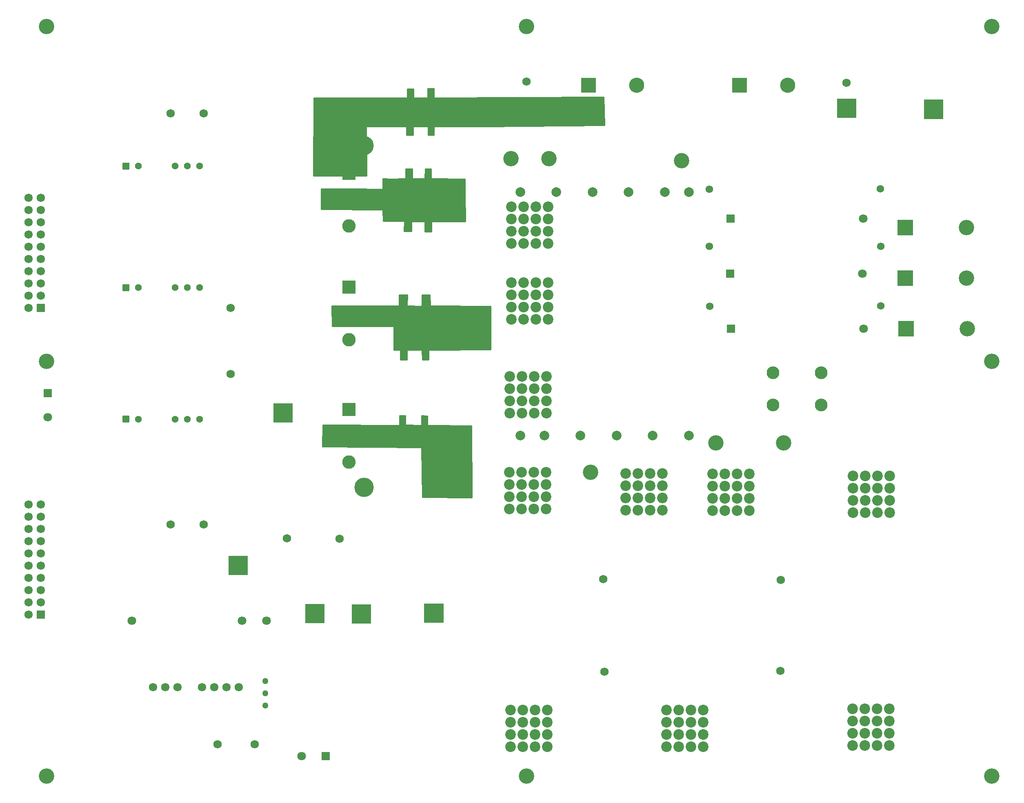
<source format=gbr>
%TF.GenerationSoftware,KiCad,Pcbnew,(5.1.12)-1*%
%TF.CreationDate,2023-12-01T15:42:45+05:30*%
%TF.ProjectId,DCCB PCB-V3,44434342-2050-4434-922d-56332e6b6963,rev?*%
%TF.SameCoordinates,Original*%
%TF.FileFunction,Soldermask,Bot*%
%TF.FilePolarity,Negative*%
%FSLAX46Y46*%
G04 Gerber Fmt 4.6, Leading zero omitted, Abs format (unit mm)*
G04 Created by KiCad (PCBNEW (5.1.12)-1) date 2023-12-01 15:42:45*
%MOMM*%
%LPD*%
G01*
G04 APERTURE LIST*
%ADD10C,3.200000*%
%ADD11C,1.734000*%
%ADD12C,0.100000*%
%ADD13C,4.005000*%
%ADD14C,3.150000*%
%ADD15R,3.150000X3.150000*%
%ADD16C,1.434000*%
%ADD17C,1.725000*%
%ADD18R,1.725000X1.725000*%
%ADD19C,2.200000*%
%ADD20C,2.000000*%
%ADD21C,1.800000*%
%ADD22R,1.800000X1.800000*%
%ADD23R,3.200000X3.200000*%
%ADD24O,3.200000X3.200000*%
%ADD25C,1.269000*%
%ADD26C,2.640000*%
%ADD27C,1.575000*%
%ADD28C,2.790000*%
%ADD29R,2.790000X2.790000*%
%ADD30C,0.300000*%
G04 APERTURE END LIST*
D10*
%TO.C,H13*%
X143690000Y-34580000D03*
%TD*%
%TO.C,H3*%
X143690000Y-190200000D03*
%TD*%
D11*
%TO.C,TP18*%
X87250000Y-183620000D03*
%TD*%
%TO.C,TP17*%
X79570000Y-183590000D03*
%TD*%
%TO.C,TP16*%
X82296000Y-92964000D03*
%TD*%
%TO.C,TP15*%
X82290000Y-106660000D03*
%TD*%
%TO.C,TP14*%
X76708000Y-137922000D03*
%TD*%
%TO.C,TP13*%
X76708000Y-52578000D03*
%TD*%
%TO.C,TP12*%
X69850000Y-52578000D03*
%TD*%
%TO.C,TP11*%
X69850000Y-137922000D03*
%TD*%
%TO.C,TP10*%
X196280000Y-168380000D03*
%TD*%
%TO.C,TP9*%
X159830000Y-168500000D03*
%TD*%
%TO.C,TP8*%
X210040000Y-46290000D03*
%TD*%
%TO.C,TP7*%
X143690000Y-45970000D03*
%TD*%
%TO.C,TP6*%
X93930000Y-140860000D03*
%TD*%
%TO.C,TP3*%
X104920000Y-140870000D03*
%TD*%
%TO.C,TP2*%
X196400000Y-149440000D03*
%TD*%
%TO.C,TP1*%
X159590000Y-149320000D03*
%TD*%
D12*
%TO.C,K1*%
G36*
X95180000Y-116770000D02*
G01*
X91180000Y-116770000D01*
X91180000Y-112770000D01*
X95180000Y-112770000D01*
X95180000Y-116770000D01*
G37*
%TD*%
D13*
%TO.C,H5*%
X109960000Y-130250000D03*
X109960000Y-59310000D03*
%TD*%
D14*
%TO.C,C11*%
X197870000Y-46720000D03*
D15*
X187870000Y-46720000D03*
%TD*%
D16*
%TO.C,PS3*%
X73270000Y-88770000D03*
X75810000Y-88770000D03*
X70730000Y-88770000D03*
X63110000Y-88770000D03*
G36*
G01*
X59853000Y-89385000D02*
X59853000Y-88155000D01*
G75*
G02*
X59955000Y-88053000I102000J0D01*
G01*
X61185000Y-88053000D01*
G75*
G02*
X61287000Y-88155000I0J-102000D01*
G01*
X61287000Y-89385000D01*
G75*
G02*
X61185000Y-89487000I-102000J0D01*
G01*
X59955000Y-89487000D01*
G75*
G02*
X59853000Y-89385000I0J102000D01*
G01*
G37*
%TD*%
%TO.C,PS2*%
X73270000Y-116060000D03*
X75810000Y-116060000D03*
X70730000Y-116060000D03*
X63110000Y-116060000D03*
G36*
G01*
X59853000Y-116675000D02*
X59853000Y-115445000D01*
G75*
G02*
X59955000Y-115343000I102000J0D01*
G01*
X61185000Y-115343000D01*
G75*
G02*
X61287000Y-115445000I0J-102000D01*
G01*
X61287000Y-116675000D01*
G75*
G02*
X61185000Y-116777000I-102000J0D01*
G01*
X59955000Y-116777000D01*
G75*
G02*
X59853000Y-116675000I0J102000D01*
G01*
G37*
%TD*%
%TO.C,PS1*%
X73270000Y-63550000D03*
X75810000Y-63550000D03*
X70730000Y-63550000D03*
X63110000Y-63550000D03*
G36*
G01*
X59853000Y-64165000D02*
X59853000Y-62935000D01*
G75*
G02*
X59955000Y-62833000I102000J0D01*
G01*
X61185000Y-62833000D01*
G75*
G02*
X61287000Y-62935000I0J-102000D01*
G01*
X61287000Y-64165000D01*
G75*
G02*
X61185000Y-64267000I-102000J0D01*
G01*
X59955000Y-64267000D01*
G75*
G02*
X59853000Y-64165000I0J102000D01*
G01*
G37*
%TD*%
D10*
%TO.C,H15*%
X140400000Y-62000000D03*
%TD*%
%TO.C,H10*%
X240190000Y-104070000D03*
%TD*%
%TO.C,H9*%
X148330000Y-62030000D03*
%TD*%
%TO.C,H8*%
X240190000Y-190200000D03*
%TD*%
%TO.C,H7*%
X175840000Y-62390000D03*
%TD*%
%TO.C,H6*%
X182950000Y-121030000D03*
%TD*%
D17*
%TO.C,J2*%
X40360000Y-133780000D03*
X42900000Y-133780000D03*
X40360000Y-136320000D03*
X42900000Y-136320000D03*
X40360000Y-138860000D03*
X42900000Y-138860000D03*
X40360000Y-141400000D03*
X42900000Y-141400000D03*
X40360000Y-143940000D03*
X42900000Y-143940000D03*
X40360000Y-146480000D03*
X42900000Y-146480000D03*
X40360000Y-149020000D03*
X42900000Y-149020000D03*
X40360000Y-151560000D03*
X42900000Y-151560000D03*
X40360000Y-154100000D03*
X42900000Y-154100000D03*
X40360000Y-156640000D03*
D18*
X42900000Y-156640000D03*
%TD*%
D17*
%TO.C,J1*%
X40360000Y-70140000D03*
X42900000Y-70140000D03*
X40360000Y-72680000D03*
X42900000Y-72680000D03*
X40360000Y-75220000D03*
X42900000Y-75220000D03*
X40360000Y-77760000D03*
X42900000Y-77760000D03*
X40360000Y-80300000D03*
X42900000Y-80300000D03*
X40360000Y-82840000D03*
X42900000Y-82840000D03*
X40360000Y-85380000D03*
X42900000Y-85380000D03*
X40360000Y-87920000D03*
X42900000Y-87920000D03*
X40360000Y-90460000D03*
X42900000Y-90460000D03*
X40360000Y-93000000D03*
D18*
X42900000Y-93000000D03*
%TD*%
D19*
%TO.C,IC15*%
X148150000Y-95330000D03*
X145610000Y-95330000D03*
X143070000Y-95330000D03*
X140530000Y-95330000D03*
X148150000Y-92790000D03*
X145610000Y-92790000D03*
X143070000Y-92790000D03*
X140530000Y-92790000D03*
X148150000Y-90250000D03*
X145610000Y-90250000D03*
X143070000Y-90250000D03*
X140530000Y-90250000D03*
X148150000Y-87710000D03*
X145610000Y-87710000D03*
X143070000Y-87710000D03*
X140530000Y-87710000D03*
%TD*%
%TO.C,IC14*%
X147800000Y-114790000D03*
X145260000Y-114790000D03*
X142720000Y-114790000D03*
X140180000Y-114790000D03*
X147800000Y-112250000D03*
X145260000Y-112250000D03*
X142720000Y-112250000D03*
X140180000Y-112250000D03*
X147800000Y-109710000D03*
X145260000Y-109710000D03*
X142720000Y-109710000D03*
X140180000Y-109710000D03*
X147800000Y-107170000D03*
X145260000Y-107170000D03*
X142720000Y-107170000D03*
X140180000Y-107170000D03*
%TD*%
%TO.C,IC13*%
X147750000Y-134690000D03*
X145210000Y-134690000D03*
X142670000Y-134690000D03*
X140130000Y-134690000D03*
X147750000Y-132150000D03*
X145210000Y-132150000D03*
X142670000Y-132150000D03*
X140130000Y-132150000D03*
X147750000Y-129610000D03*
X145210000Y-129610000D03*
X142670000Y-129610000D03*
X140130000Y-129610000D03*
X147750000Y-127070000D03*
X145210000Y-127070000D03*
X142670000Y-127070000D03*
X140130000Y-127070000D03*
%TD*%
%TO.C,IC12*%
X171830000Y-135000000D03*
X169290000Y-135000000D03*
X166750000Y-135000000D03*
X164210000Y-135000000D03*
X171830000Y-132460000D03*
X169290000Y-132460000D03*
X166750000Y-132460000D03*
X164210000Y-132460000D03*
X171830000Y-129920000D03*
X169290000Y-129920000D03*
X166750000Y-129920000D03*
X164210000Y-129920000D03*
X171830000Y-127380000D03*
X169290000Y-127380000D03*
X166750000Y-127380000D03*
X164210000Y-127380000D03*
%TD*%
%TO.C,IC11*%
X148120000Y-79610000D03*
X145580000Y-79610000D03*
X143040000Y-79610000D03*
X140500000Y-79610000D03*
X148120000Y-77070000D03*
X145580000Y-77070000D03*
X143040000Y-77070000D03*
X140500000Y-77070000D03*
X148120000Y-74530000D03*
X145580000Y-74530000D03*
X143040000Y-74530000D03*
X140500000Y-74530000D03*
X148120000Y-71990000D03*
X145580000Y-71990000D03*
X143040000Y-71990000D03*
X140500000Y-71990000D03*
%TD*%
%TO.C,IC10*%
X189910000Y-135100000D03*
X187370000Y-135100000D03*
X184830000Y-135100000D03*
X182290000Y-135100000D03*
X189910000Y-132560000D03*
X187370000Y-132560000D03*
X184830000Y-132560000D03*
X182290000Y-132560000D03*
X189910000Y-130020000D03*
X187370000Y-130020000D03*
X184830000Y-130020000D03*
X182290000Y-130020000D03*
X189910000Y-127480000D03*
X187370000Y-127480000D03*
X184830000Y-127480000D03*
X182290000Y-127480000D03*
%TD*%
%TO.C,IC9*%
X218900000Y-176210000D03*
X216360000Y-176210000D03*
X213820000Y-176210000D03*
X211280000Y-176210000D03*
X218900000Y-178750000D03*
X216360000Y-178750000D03*
X213820000Y-178750000D03*
X211280000Y-178750000D03*
X218900000Y-181290000D03*
X216360000Y-181290000D03*
X213820000Y-181290000D03*
X211280000Y-181290000D03*
X218900000Y-183830000D03*
X216360000Y-183830000D03*
X213820000Y-183830000D03*
X211280000Y-183830000D03*
%TD*%
%TO.C,IC8*%
X148010000Y-184060000D03*
X148010000Y-181520000D03*
X148010000Y-178980000D03*
X148010000Y-176440000D03*
X145470000Y-184060000D03*
X145470000Y-181520000D03*
X145470000Y-178980000D03*
X145470000Y-176440000D03*
X142930000Y-184060000D03*
X142930000Y-181520000D03*
X142930000Y-178980000D03*
X142930000Y-176440000D03*
X140390000Y-184060000D03*
X140390000Y-181520000D03*
X140390000Y-178980000D03*
X140390000Y-176440000D03*
%TD*%
%TO.C,IC7*%
X211370000Y-135510000D03*
X211370000Y-132970000D03*
X211370000Y-130430000D03*
X211370000Y-127890000D03*
X213910000Y-135510000D03*
X213910000Y-132970000D03*
X213910000Y-130430000D03*
X213910000Y-127890000D03*
X216450000Y-135510000D03*
X216450000Y-132970000D03*
X216450000Y-130430000D03*
X216450000Y-127890000D03*
X218990000Y-135510000D03*
X218990000Y-132970000D03*
X218990000Y-130430000D03*
X218990000Y-127890000D03*
%TD*%
%TO.C,IC6*%
X180310000Y-176480000D03*
X177770000Y-176480000D03*
X175230000Y-176480000D03*
X172690000Y-176480000D03*
X180310000Y-179020000D03*
X177770000Y-179020000D03*
X175230000Y-179020000D03*
X172690000Y-179020000D03*
X180310000Y-181560000D03*
X177770000Y-181560000D03*
X175230000Y-181560000D03*
X172690000Y-181560000D03*
X180310000Y-184100000D03*
X177770000Y-184100000D03*
X175230000Y-184100000D03*
X172690000Y-184100000D03*
%TD*%
D20*
%TO.C,L1*%
X177350000Y-68910000D03*
X172350000Y-68910000D03*
X164850000Y-68910000D03*
X157350000Y-68910000D03*
X149850000Y-68910000D03*
X142350000Y-68910000D03*
X154848800Y-119506800D03*
X169848800Y-119506800D03*
X162348800Y-119506800D03*
X147348800Y-119506800D03*
X142348800Y-119506800D03*
X177348800Y-119506800D03*
%TD*%
D21*
%TO.C,C2*%
X213610000Y-97340000D03*
D22*
X186110000Y-97340000D03*
%TD*%
D10*
%TO.C,H14*%
X240190000Y-34580000D03*
%TD*%
%TO.C,H12*%
X197040000Y-121030000D03*
%TD*%
%TO.C,H11*%
X44100000Y-104070000D03*
%TD*%
D21*
%TO.C,J7*%
X97010000Y-186030000D03*
D22*
X102010000Y-186030000D03*
%TD*%
D17*
%TO.C,PS5*%
X83960000Y-171690000D03*
X81420000Y-171690000D03*
X78880000Y-171690000D03*
X76340000Y-171690000D03*
X71260000Y-171690000D03*
X68720000Y-171690000D03*
X66180000Y-171690000D03*
%TD*%
D23*
%TO.C,D7*%
X222250000Y-86820000D03*
D24*
X234950000Y-86820000D03*
%TD*%
D23*
%TO.C,D6*%
X222390000Y-97340000D03*
D24*
X235090000Y-97340000D03*
%TD*%
D23*
%TO.C,D5*%
X222190000Y-76290000D03*
D24*
X234890000Y-76290000D03*
%TD*%
D12*
%TO.C,Probe2*%
G36*
X126450000Y-158390000D02*
G01*
X122450000Y-158390000D01*
X122450000Y-154390000D01*
X126450000Y-154390000D01*
X126450000Y-158390000D01*
G37*
%TD*%
%TO.C,Probe1*%
G36*
X111430000Y-158530000D02*
G01*
X107430000Y-158530000D01*
X107430000Y-154530000D01*
X111430000Y-154530000D01*
X111430000Y-158530000D01*
G37*
%TD*%
D21*
%TO.C,J5*%
X44350000Y-115640000D03*
D22*
X44350000Y-110640000D03*
%TD*%
D25*
%TO.C,VR1*%
X89480000Y-175500000D03*
X89480000Y-172960000D03*
X89480000Y-170420000D03*
%TD*%
D12*
%TO.C,Sense2*%
G36*
X101770000Y-158420000D02*
G01*
X97770000Y-158420000D01*
X97770000Y-154420000D01*
X101770000Y-154420000D01*
X101770000Y-158420000D01*
G37*
%TD*%
%TO.C,TP5*%
G36*
X230140000Y-53760000D02*
G01*
X226140000Y-53760000D01*
X226140000Y-49760000D01*
X230140000Y-49760000D01*
X230140000Y-53760000D01*
G37*
%TD*%
%TO.C,TP4*%
G36*
X212060000Y-53530000D02*
G01*
X208060000Y-53530000D01*
X208060000Y-49530000D01*
X212060000Y-49530000D01*
X212060000Y-53530000D01*
G37*
%TD*%
%TO.C,Sense1*%
G36*
X85850000Y-148450000D02*
G01*
X81850000Y-148450000D01*
X81850000Y-144450000D01*
X85850000Y-144450000D01*
X85850000Y-148450000D01*
G37*
%TD*%
D26*
%TO.C,RV2*%
X204780000Y-113100000D03*
X194780000Y-113100000D03*
%TD*%
%TO.C,RV1*%
X204780000Y-106460000D03*
X194780000Y-106460000D03*
%TD*%
D27*
%TO.C,R3*%
X217110000Y-80160000D03*
X181610000Y-80240000D03*
%TD*%
%TO.C,R2*%
X217180000Y-92540000D03*
X181680000Y-92620000D03*
%TD*%
%TO.C,R1*%
X217050000Y-68240000D03*
X181550000Y-68320000D03*
%TD*%
D21*
%TO.C,IC1*%
X61770000Y-157900000D03*
X84630000Y-157900000D03*
X89710000Y-157900000D03*
%TD*%
D10*
%TO.C,H4*%
X44100000Y-34580000D03*
%TD*%
%TO.C,H2*%
X44100000Y-190200000D03*
%TD*%
%TO.C,H1*%
X156990000Y-127110000D03*
%TD*%
D28*
%TO.C,D3*%
X106810000Y-99566000D03*
X106810000Y-94106000D03*
D29*
X106810000Y-88646000D03*
%TD*%
D28*
%TO.C,D2*%
X106810000Y-124970000D03*
X106810000Y-119510000D03*
D29*
X106810000Y-114050000D03*
%TD*%
D28*
%TO.C,D1*%
X106810000Y-75970000D03*
X106810000Y-70510000D03*
D29*
X106810000Y-65050000D03*
%TD*%
D21*
%TO.C,C4*%
X213380000Y-85890000D03*
D22*
X185880000Y-85890000D03*
%TD*%
D14*
%TO.C,C3*%
X166520000Y-46720000D03*
D15*
X156520000Y-46720000D03*
%TD*%
D21*
%TO.C,C1*%
X213470000Y-74460000D03*
D22*
X185970000Y-74460000D03*
%TD*%
D30*
X119954489Y-66060637D02*
X119957225Y-66089914D01*
X119965621Y-66118095D01*
X119979354Y-66144097D01*
X119997895Y-66166920D01*
X120020532Y-66185687D01*
X120046396Y-66199678D01*
X120074492Y-66208353D01*
X120104270Y-66211383D01*
X122544270Y-66214917D01*
X122573537Y-66212077D01*
X122601689Y-66203582D01*
X122627642Y-66189758D01*
X122650399Y-66171137D01*
X122669087Y-66148433D01*
X122682986Y-66122520D01*
X122691562Y-66094394D01*
X122694470Y-66067163D01*
X122722273Y-64210360D01*
X123864487Y-64202428D01*
X123864487Y-66051383D01*
X123867369Y-66080647D01*
X123875905Y-66108786D01*
X123889767Y-66134719D01*
X123908421Y-66157449D01*
X123931151Y-66176103D01*
X123957084Y-66189965D01*
X123985223Y-66198501D01*
X124012859Y-66201374D01*
X130860271Y-66275716D01*
X130908079Y-69488402D01*
X130908079Y-69697312D01*
X130908081Y-69698170D01*
X130936015Y-74581771D01*
X130928127Y-74893518D01*
X130928079Y-74897312D01*
X130928079Y-75075583D01*
X124099798Y-74997322D01*
X124070503Y-74999868D01*
X124042268Y-75008081D01*
X124016178Y-75021645D01*
X123993236Y-75040037D01*
X123974322Y-75062553D01*
X123960164Y-75088325D01*
X123951306Y-75116364D01*
X123948085Y-75145917D01*
X123929485Y-77145394D01*
X122666322Y-77129200D01*
X122643068Y-75180522D01*
X122639837Y-75151295D01*
X122630966Y-75123260D01*
X122616796Y-75097494D01*
X122597872Y-75074988D01*
X122574920Y-75056606D01*
X122548824Y-75043055D01*
X122520585Y-75034855D01*
X122493667Y-75032313D01*
X119943667Y-75022313D01*
X119914393Y-75025081D01*
X119886220Y-75033506D01*
X119860233Y-75047266D01*
X119837430Y-75065831D01*
X119818686Y-75088488D01*
X119804723Y-75114366D01*
X119796077Y-75142472D01*
X119793079Y-75171951D01*
X119788441Y-77101440D01*
X118370550Y-77093196D01*
X118403059Y-75114776D01*
X118400658Y-75085470D01*
X118392585Y-75057194D01*
X118379152Y-75031037D01*
X118360873Y-75008003D01*
X118338452Y-74988978D01*
X118312751Y-74974692D01*
X118284756Y-74965695D01*
X118253654Y-74962313D01*
X115643654Y-74952313D01*
X115642663Y-74952313D01*
X113986805Y-74956900D01*
X113968074Y-72756035D01*
X113964942Y-72726797D01*
X113956167Y-72698732D01*
X113942086Y-72672918D01*
X113923239Y-72650347D01*
X113900350Y-72631887D01*
X113874300Y-72618247D01*
X113846089Y-72609950D01*
X113819016Y-72607315D01*
X101165237Y-72528233D01*
X101164513Y-68332237D01*
X107178715Y-68366353D01*
X107313800Y-68376002D01*
X107336944Y-68375865D01*
X107389914Y-68371451D01*
X113812854Y-68441374D01*
X113842147Y-68438811D01*
X113870378Y-68430582D01*
X113896460Y-68417003D01*
X113919392Y-68398597D01*
X113938293Y-68376071D01*
X113952436Y-68350291D01*
X113961278Y-68322246D01*
X113964486Y-68290713D01*
X113955189Y-66208229D01*
X115597827Y-66281235D01*
X115608595Y-66281327D01*
X118528595Y-66201327D01*
X118557769Y-66197644D01*
X118585663Y-66188341D01*
X118611207Y-66173774D01*
X118633418Y-66154504D01*
X118651443Y-66131272D01*
X118664589Y-66104969D01*
X118672351Y-66076606D01*
X118674484Y-66050417D01*
X118662584Y-64202190D01*
X119963739Y-64201467D01*
X119954489Y-66060637D01*
D12*
G36*
X119954489Y-66060637D02*
G01*
X119957225Y-66089914D01*
X119965621Y-66118095D01*
X119979354Y-66144097D01*
X119997895Y-66166920D01*
X120020532Y-66185687D01*
X120046396Y-66199678D01*
X120074492Y-66208353D01*
X120104270Y-66211383D01*
X122544270Y-66214917D01*
X122573537Y-66212077D01*
X122601689Y-66203582D01*
X122627642Y-66189758D01*
X122650399Y-66171137D01*
X122669087Y-66148433D01*
X122682986Y-66122520D01*
X122691562Y-66094394D01*
X122694470Y-66067163D01*
X122722273Y-64210360D01*
X123864487Y-64202428D01*
X123864487Y-66051383D01*
X123867369Y-66080647D01*
X123875905Y-66108786D01*
X123889767Y-66134719D01*
X123908421Y-66157449D01*
X123931151Y-66176103D01*
X123957084Y-66189965D01*
X123985223Y-66198501D01*
X124012859Y-66201374D01*
X130860271Y-66275716D01*
X130908079Y-69488402D01*
X130908079Y-69697312D01*
X130908081Y-69698170D01*
X130936015Y-74581771D01*
X130928127Y-74893518D01*
X130928079Y-74897312D01*
X130928079Y-75075583D01*
X124099798Y-74997322D01*
X124070503Y-74999868D01*
X124042268Y-75008081D01*
X124016178Y-75021645D01*
X123993236Y-75040037D01*
X123974322Y-75062553D01*
X123960164Y-75088325D01*
X123951306Y-75116364D01*
X123948085Y-75145917D01*
X123929485Y-77145394D01*
X122666322Y-77129200D01*
X122643068Y-75180522D01*
X122639837Y-75151295D01*
X122630966Y-75123260D01*
X122616796Y-75097494D01*
X122597872Y-75074988D01*
X122574920Y-75056606D01*
X122548824Y-75043055D01*
X122520585Y-75034855D01*
X122493667Y-75032313D01*
X119943667Y-75022313D01*
X119914393Y-75025081D01*
X119886220Y-75033506D01*
X119860233Y-75047266D01*
X119837430Y-75065831D01*
X119818686Y-75088488D01*
X119804723Y-75114366D01*
X119796077Y-75142472D01*
X119793079Y-75171951D01*
X119788441Y-77101440D01*
X118370550Y-77093196D01*
X118403059Y-75114776D01*
X118400658Y-75085470D01*
X118392585Y-75057194D01*
X118379152Y-75031037D01*
X118360873Y-75008003D01*
X118338452Y-74988978D01*
X118312751Y-74974692D01*
X118284756Y-74965695D01*
X118253654Y-74962313D01*
X115643654Y-74952313D01*
X115642663Y-74952313D01*
X113986805Y-74956900D01*
X113968074Y-72756035D01*
X113964942Y-72726797D01*
X113956167Y-72698732D01*
X113942086Y-72672918D01*
X113923239Y-72650347D01*
X113900350Y-72631887D01*
X113874300Y-72618247D01*
X113846089Y-72609950D01*
X113819016Y-72607315D01*
X101165237Y-72528233D01*
X101164513Y-68332237D01*
X107178715Y-68366353D01*
X107313800Y-68376002D01*
X107336944Y-68375865D01*
X107389914Y-68371451D01*
X113812854Y-68441374D01*
X113842147Y-68438811D01*
X113870378Y-68430582D01*
X113896460Y-68417003D01*
X113919392Y-68398597D01*
X113938293Y-68376071D01*
X113952436Y-68350291D01*
X113961278Y-68322246D01*
X113964486Y-68290713D01*
X113955189Y-66208229D01*
X115597827Y-66281235D01*
X115608595Y-66281327D01*
X118528595Y-66201327D01*
X118557769Y-66197644D01*
X118585663Y-66188341D01*
X118611207Y-66173774D01*
X118633418Y-66154504D01*
X118651443Y-66131272D01*
X118664589Y-66104969D01*
X118672351Y-66076606D01*
X118674484Y-66050417D01*
X118662584Y-64202190D01*
X119963739Y-64201467D01*
X119954489Y-66060637D01*
G37*
D30*
X123640034Y-92513204D02*
X123643541Y-92542400D01*
X123652676Y-92570350D01*
X123667088Y-92595981D01*
X123686224Y-92618308D01*
X123709348Y-92636472D01*
X123735571Y-92649777D01*
X123763886Y-92657709D01*
X123789582Y-92659999D01*
X136209838Y-92694582D01*
X136200161Y-101660582D01*
X123499416Y-101710001D01*
X123470164Y-101712997D01*
X123442059Y-101721642D01*
X123416180Y-101735605D01*
X123393522Y-101754347D01*
X123374956Y-101777150D01*
X123361196Y-101803137D01*
X123352769Y-101831309D01*
X123350007Y-101861478D01*
X123368475Y-103736014D01*
X122127802Y-103703789D01*
X122099983Y-101867728D01*
X122096658Y-101838511D01*
X122087696Y-101810505D01*
X122073444Y-101784785D01*
X122054447Y-101762339D01*
X122031436Y-101744031D01*
X122005296Y-101730564D01*
X121977031Y-101722456D01*
X121950515Y-101720001D01*
X119035515Y-101710001D01*
X119006241Y-101712783D01*
X118978073Y-101721222D01*
X118952093Y-101734994D01*
X118929298Y-101753571D01*
X118910566Y-101776237D01*
X118896616Y-101802122D01*
X118887983Y-101830232D01*
X118885022Y-101857452D01*
X118852567Y-103767685D01*
X117545729Y-103747329D01*
X117554998Y-101865739D01*
X117552260Y-101836462D01*
X117543863Y-101808281D01*
X117530129Y-101782280D01*
X117511587Y-101759458D01*
X117488949Y-101740692D01*
X117463084Y-101726703D01*
X117434988Y-101718028D01*
X117411129Y-101715125D01*
X116209851Y-101666002D01*
X116205000Y-96979845D01*
X116202087Y-96950584D01*
X116193522Y-96922454D01*
X116179634Y-96896535D01*
X116160956Y-96873824D01*
X116138206Y-96855193D01*
X116112259Y-96841359D01*
X116084111Y-96832852D01*
X116055117Y-96830000D01*
X103408998Y-96820116D01*
X103381015Y-92650649D01*
X110719357Y-92682124D01*
X110720074Y-92682125D01*
X117220074Y-92678938D01*
X117249336Y-92676041D01*
X117277470Y-92667492D01*
X117303397Y-92653618D01*
X117326118Y-92634952D01*
X117344761Y-92612212D01*
X117358610Y-92586273D01*
X117367132Y-92558129D01*
X117369978Y-92526362D01*
X117332640Y-90352428D01*
X118926099Y-90377588D01*
X118870051Y-92526088D01*
X118872169Y-92555417D01*
X118879968Y-92583769D01*
X118893149Y-92610055D01*
X118911204Y-92633264D01*
X118933440Y-92652505D01*
X118959003Y-92667038D01*
X118986910Y-92676305D01*
X119019481Y-92679999D01*
X121909481Y-92689999D01*
X121938754Y-92687218D01*
X121966923Y-92678780D01*
X121992903Y-92665008D01*
X122015698Y-92646432D01*
X122034431Y-92623767D01*
X122048382Y-92597882D01*
X122057016Y-92569772D01*
X122059988Y-92538093D01*
X122031909Y-90329186D01*
X123593188Y-90320792D01*
X123640034Y-92513204D01*
D12*
G36*
X123640034Y-92513204D02*
G01*
X123643541Y-92542400D01*
X123652676Y-92570350D01*
X123667088Y-92595981D01*
X123686224Y-92618308D01*
X123709348Y-92636472D01*
X123735571Y-92649777D01*
X123763886Y-92657709D01*
X123789582Y-92659999D01*
X136209838Y-92694582D01*
X136200161Y-101660582D01*
X123499416Y-101710001D01*
X123470164Y-101712997D01*
X123442059Y-101721642D01*
X123416180Y-101735605D01*
X123393522Y-101754347D01*
X123374956Y-101777150D01*
X123361196Y-101803137D01*
X123352769Y-101831309D01*
X123350007Y-101861478D01*
X123368475Y-103736014D01*
X122127802Y-103703789D01*
X122099983Y-101867728D01*
X122096658Y-101838511D01*
X122087696Y-101810505D01*
X122073444Y-101784785D01*
X122054447Y-101762339D01*
X122031436Y-101744031D01*
X122005296Y-101730564D01*
X121977031Y-101722456D01*
X121950515Y-101720001D01*
X119035515Y-101710001D01*
X119006241Y-101712783D01*
X118978073Y-101721222D01*
X118952093Y-101734994D01*
X118929298Y-101753571D01*
X118910566Y-101776237D01*
X118896616Y-101802122D01*
X118887983Y-101830232D01*
X118885022Y-101857452D01*
X118852567Y-103767685D01*
X117545729Y-103747329D01*
X117554998Y-101865739D01*
X117552260Y-101836462D01*
X117543863Y-101808281D01*
X117530129Y-101782280D01*
X117511587Y-101759458D01*
X117488949Y-101740692D01*
X117463084Y-101726703D01*
X117434988Y-101718028D01*
X117411129Y-101715125D01*
X116209851Y-101666002D01*
X116205000Y-96979845D01*
X116202087Y-96950584D01*
X116193522Y-96922454D01*
X116179634Y-96896535D01*
X116160956Y-96873824D01*
X116138206Y-96855193D01*
X116112259Y-96841359D01*
X116084111Y-96832852D01*
X116055117Y-96830000D01*
X103408998Y-96820116D01*
X103381015Y-92650649D01*
X110719357Y-92682124D01*
X110720074Y-92682125D01*
X117220074Y-92678938D01*
X117249336Y-92676041D01*
X117277470Y-92667492D01*
X117303397Y-92653618D01*
X117326118Y-92634952D01*
X117344761Y-92612212D01*
X117358610Y-92586273D01*
X117367132Y-92558129D01*
X117369978Y-92526362D01*
X117332640Y-90352428D01*
X118926099Y-90377588D01*
X118870051Y-92526088D01*
X118872169Y-92555417D01*
X118879968Y-92583769D01*
X118893149Y-92610055D01*
X118911204Y-92633264D01*
X118933440Y-92652505D01*
X118959003Y-92667038D01*
X118986910Y-92676305D01*
X119019481Y-92679999D01*
X121909481Y-92689999D01*
X121938754Y-92687218D01*
X121966923Y-92678780D01*
X121992903Y-92665008D01*
X122015698Y-92646432D01*
X122034431Y-92623767D01*
X122048382Y-92597882D01*
X122057016Y-92569772D01*
X122059988Y-92538093D01*
X122031909Y-90329186D01*
X123593188Y-90320792D01*
X123640034Y-92513204D01*
G37*
D30*
X124470032Y-49328116D02*
X124473522Y-49357314D01*
X124482641Y-49385269D01*
X124497038Y-49410909D01*
X124516160Y-49433247D01*
X124539273Y-49451425D01*
X124565489Y-49464745D01*
X124593799Y-49472694D01*
X124620873Y-49474997D01*
X159682957Y-49270858D01*
X159797034Y-55031745D01*
X134844239Y-55318001D01*
X124580117Y-55310000D01*
X124550851Y-55312859D01*
X124522706Y-55321373D01*
X124496762Y-55335215D01*
X124474017Y-55353851D01*
X124455345Y-55376567D01*
X124441463Y-55402489D01*
X124432905Y-55430622D01*
X124430009Y-55458343D01*
X124411660Y-57118929D01*
X123319999Y-57111075D01*
X123319982Y-55467336D01*
X123317099Y-55438073D01*
X123308563Y-55409934D01*
X123294702Y-55384001D01*
X123276047Y-55361271D01*
X123253316Y-55342617D01*
X123227383Y-55328755D01*
X123199244Y-55320220D01*
X123170356Y-55317338D01*
X120230374Y-55310000D01*
X120201104Y-55312810D01*
X120172944Y-55321275D01*
X120146976Y-55335072D01*
X120124199Y-55353670D01*
X120105488Y-55376353D01*
X120091562Y-55402252D01*
X120082956Y-55430369D01*
X120080000Y-55460000D01*
X120080000Y-57089016D01*
X118849161Y-57080972D01*
X118839998Y-55459153D01*
X118836950Y-55429906D01*
X118828255Y-55401815D01*
X118814248Y-55375961D01*
X118795465Y-55353336D01*
X118772630Y-55334811D01*
X118746619Y-55321096D01*
X118718432Y-55312719D01*
X118690092Y-55310000D01*
X110575092Y-55305000D01*
X110545827Y-55307864D01*
X110517683Y-55316383D01*
X110491741Y-55330228D01*
X110468999Y-55348869D01*
X110450331Y-55371588D01*
X110436453Y-55397512D01*
X110427900Y-55425646D01*
X110425003Y-55456022D01*
X110493975Y-65575201D01*
X99531009Y-65589799D01*
X99638998Y-49460235D01*
X109624613Y-49475947D01*
X109624613Y-49475946D01*
X118839608Y-49499999D01*
X118868879Y-49497194D01*
X118897041Y-49488731D01*
X118923010Y-49474938D01*
X118945789Y-49456343D01*
X118964502Y-49433661D01*
X118978432Y-49407764D01*
X118987041Y-49379647D01*
X118990000Y-49350097D01*
X118991153Y-47566629D01*
X120179804Y-47569623D01*
X120177500Y-49327303D01*
X120180344Y-49356571D01*
X120188843Y-49384721D01*
X120202670Y-49410672D01*
X120221295Y-49433427D01*
X120244001Y-49452111D01*
X120269916Y-49466007D01*
X120298044Y-49474579D01*
X120326829Y-49477498D01*
X123119329Y-49489998D01*
X123148605Y-49487247D01*
X123176782Y-49478837D01*
X123202776Y-49465092D01*
X123225590Y-49446540D01*
X123244346Y-49423893D01*
X123258324Y-49398022D01*
X123266985Y-49369922D01*
X123270000Y-49339613D01*
X123265388Y-47550000D01*
X124433084Y-47550000D01*
X124470032Y-49328116D01*
D12*
G36*
X124470032Y-49328116D02*
G01*
X124473522Y-49357314D01*
X124482641Y-49385269D01*
X124497038Y-49410909D01*
X124516160Y-49433247D01*
X124539273Y-49451425D01*
X124565489Y-49464745D01*
X124593799Y-49472694D01*
X124620873Y-49474997D01*
X159682957Y-49270858D01*
X159797034Y-55031745D01*
X134844239Y-55318001D01*
X124580117Y-55310000D01*
X124550851Y-55312859D01*
X124522706Y-55321373D01*
X124496762Y-55335215D01*
X124474017Y-55353851D01*
X124455345Y-55376567D01*
X124441463Y-55402489D01*
X124432905Y-55430622D01*
X124430009Y-55458343D01*
X124411660Y-57118929D01*
X123319999Y-57111075D01*
X123319982Y-55467336D01*
X123317099Y-55438073D01*
X123308563Y-55409934D01*
X123294702Y-55384001D01*
X123276047Y-55361271D01*
X123253316Y-55342617D01*
X123227383Y-55328755D01*
X123199244Y-55320220D01*
X123170356Y-55317338D01*
X120230374Y-55310000D01*
X120201104Y-55312810D01*
X120172944Y-55321275D01*
X120146976Y-55335072D01*
X120124199Y-55353670D01*
X120105488Y-55376353D01*
X120091562Y-55402252D01*
X120082956Y-55430369D01*
X120080000Y-55460000D01*
X120080000Y-57089016D01*
X118849161Y-57080972D01*
X118839998Y-55459153D01*
X118836950Y-55429906D01*
X118828255Y-55401815D01*
X118814248Y-55375961D01*
X118795465Y-55353336D01*
X118772630Y-55334811D01*
X118746619Y-55321096D01*
X118718432Y-55312719D01*
X118690092Y-55310000D01*
X110575092Y-55305000D01*
X110545827Y-55307864D01*
X110517683Y-55316383D01*
X110491741Y-55330228D01*
X110468999Y-55348869D01*
X110450331Y-55371588D01*
X110436453Y-55397512D01*
X110427900Y-55425646D01*
X110425003Y-55456022D01*
X110493975Y-65575201D01*
X99531009Y-65589799D01*
X99638998Y-49460235D01*
X109624613Y-49475947D01*
X109624613Y-49475946D01*
X118839608Y-49499999D01*
X118868879Y-49497194D01*
X118897041Y-49488731D01*
X118923010Y-49474938D01*
X118945789Y-49456343D01*
X118964502Y-49433661D01*
X118978432Y-49407764D01*
X118987041Y-49379647D01*
X118990000Y-49350097D01*
X118991153Y-47566629D01*
X120179804Y-47569623D01*
X120177500Y-49327303D01*
X120180344Y-49356571D01*
X120188843Y-49384721D01*
X120202670Y-49410672D01*
X120221295Y-49433427D01*
X120244001Y-49452111D01*
X120269916Y-49466007D01*
X120298044Y-49474579D01*
X120326829Y-49477498D01*
X123119329Y-49489998D01*
X123148605Y-49487247D01*
X123176782Y-49478837D01*
X123202776Y-49465092D01*
X123225590Y-49446540D01*
X123244346Y-49423893D01*
X123258324Y-49398022D01*
X123266985Y-49369922D01*
X123270000Y-49339613D01*
X123265388Y-47550000D01*
X124433084Y-47550000D01*
X124470032Y-49328116D01*
G37*
D30*
X118500756Y-115447855D02*
X118510002Y-117250769D01*
X118513034Y-117280018D01*
X118521714Y-117308112D01*
X118535709Y-117333974D01*
X118554479Y-117356609D01*
X118577305Y-117375146D01*
X118603309Y-117388874D01*
X118631491Y-117397266D01*
X118659057Y-117399997D01*
X121839057Y-117419997D01*
X121868338Y-117417299D01*
X121896530Y-117408940D01*
X121922549Y-117395242D01*
X121945397Y-117376731D01*
X121964194Y-117354118D01*
X121978218Y-117328273D01*
X121986931Y-117300188D01*
X121989983Y-117272284D01*
X122017700Y-115452205D01*
X123070748Y-115467806D01*
X123080002Y-117290761D01*
X123083033Y-117320010D01*
X123091711Y-117348105D01*
X123105704Y-117373968D01*
X123124474Y-117396603D01*
X123147299Y-117415142D01*
X123173302Y-117428872D01*
X123201484Y-117437264D01*
X123229019Y-117439997D01*
X132250491Y-117499025D01*
X132299500Y-132348700D01*
X122138142Y-132261270D01*
X122009988Y-122068114D01*
X122006738Y-122038889D01*
X121997849Y-122010860D01*
X121983663Y-121985103D01*
X121964724Y-121962609D01*
X121941761Y-121944242D01*
X121915656Y-121930707D01*
X121887412Y-121922526D01*
X121861311Y-121920006D01*
X101411604Y-121741319D01*
X101458395Y-117380373D01*
X117279624Y-117420000D01*
X117308895Y-117417191D01*
X117337055Y-117408725D01*
X117363023Y-117394929D01*
X117385800Y-117376331D01*
X117404511Y-117353648D01*
X117418438Y-117327749D01*
X117427044Y-117299632D01*
X117429997Y-117269125D01*
X117419285Y-115432200D01*
X118500756Y-115447855D01*
D12*
G36*
X118500756Y-115447855D02*
G01*
X118510002Y-117250769D01*
X118513034Y-117280018D01*
X118521714Y-117308112D01*
X118535709Y-117333974D01*
X118554479Y-117356609D01*
X118577305Y-117375146D01*
X118603309Y-117388874D01*
X118631491Y-117397266D01*
X118659057Y-117399997D01*
X121839057Y-117419997D01*
X121868338Y-117417299D01*
X121896530Y-117408940D01*
X121922549Y-117395242D01*
X121945397Y-117376731D01*
X121964194Y-117354118D01*
X121978218Y-117328273D01*
X121986931Y-117300188D01*
X121989983Y-117272284D01*
X122017700Y-115452205D01*
X123070748Y-115467806D01*
X123080002Y-117290761D01*
X123083033Y-117320010D01*
X123091711Y-117348105D01*
X123105704Y-117373968D01*
X123124474Y-117396603D01*
X123147299Y-117415142D01*
X123173302Y-117428872D01*
X123201484Y-117437264D01*
X123229019Y-117439997D01*
X132250491Y-117499025D01*
X132299500Y-132348700D01*
X122138142Y-132261270D01*
X122009988Y-122068114D01*
X122006738Y-122038889D01*
X121997849Y-122010860D01*
X121983663Y-121985103D01*
X121964724Y-121962609D01*
X121941761Y-121944242D01*
X121915656Y-121930707D01*
X121887412Y-121922526D01*
X121861311Y-121920006D01*
X101411604Y-121741319D01*
X101458395Y-117380373D01*
X117279624Y-117420000D01*
X117308895Y-117417191D01*
X117337055Y-117408725D01*
X117363023Y-117394929D01*
X117385800Y-117376331D01*
X117404511Y-117353648D01*
X117418438Y-117327749D01*
X117427044Y-117299632D01*
X117429997Y-117269125D01*
X117419285Y-115432200D01*
X118500756Y-115447855D01*
G37*
M02*

</source>
